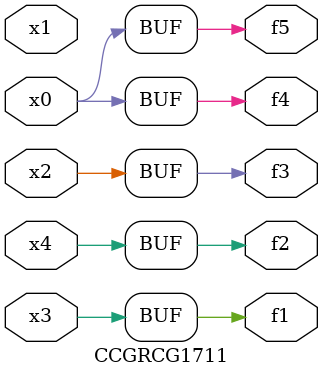
<source format=v>
module CCGRCG1711(
	input x0, x1, x2, x3, x4,
	output f1, f2, f3, f4, f5
);
	assign f1 = x3;
	assign f2 = x4;
	assign f3 = x2;
	assign f4 = x0;
	assign f5 = x0;
endmodule

</source>
